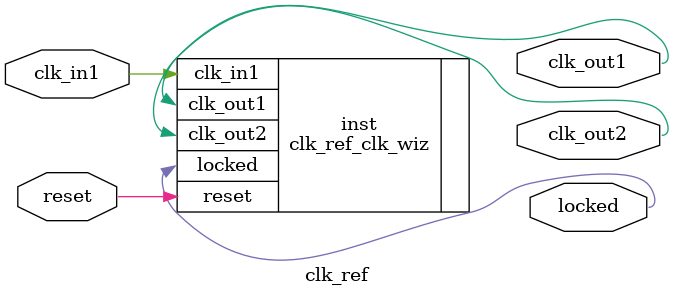
<source format=v>


`timescale 1ps/1ps

(* CORE_GENERATION_INFO = "clk_ref,clk_wiz_v6_0_4_0_0,{component_name=clk_ref,use_phase_alignment=true,use_min_o_jitter=false,use_max_i_jitter=false,use_dyn_phase_shift=false,use_inclk_switchover=false,use_dyn_reconfig=false,enable_axi=0,feedback_source=FDBK_AUTO,PRIMITIVE=MMCM,num_out_clk=2,clkin1_period=20.000,clkin2_period=10.0,use_power_down=false,use_reset=true,use_locked=true,use_inclk_stopped=false,feedback_type=SINGLE,CLOCK_MGR_TYPE=NA,manual_override=false}" *)

module clk_ref 
 (
  // Clock out ports
  output        clk_out1,
  output        clk_out2,
  // Status and control signals
  input         reset,
  output        locked,
 // Clock in ports
  input         clk_in1
 );

  clk_ref_clk_wiz inst
  (
  // Clock out ports  
  .clk_out1(clk_out1),
  .clk_out2(clk_out2),
  // Status and control signals               
  .reset(reset), 
  .locked(locked),
 // Clock in ports
  .clk_in1(clk_in1)
  );

endmodule

</source>
